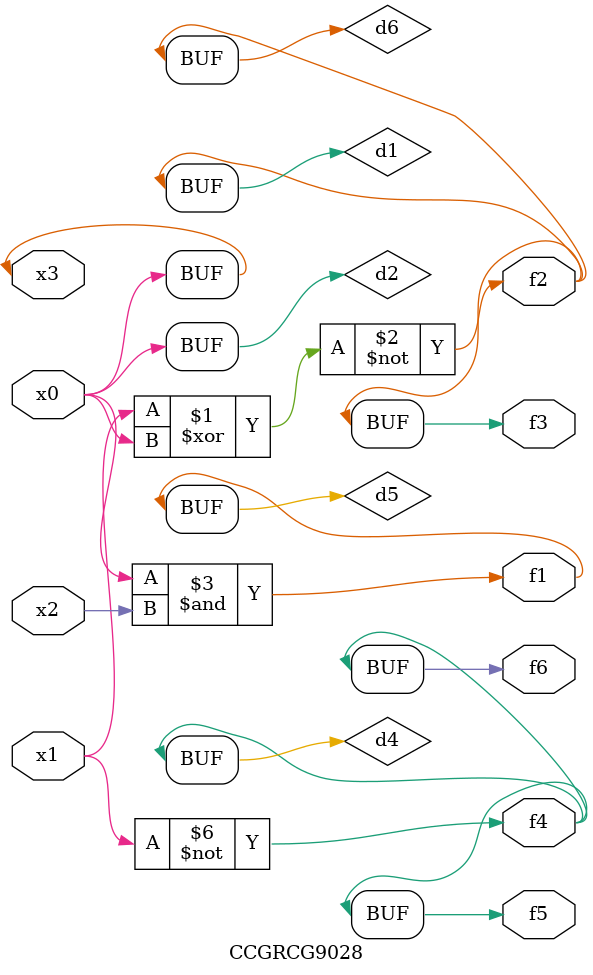
<source format=v>
module CCGRCG9028(
	input x0, x1, x2, x3,
	output f1, f2, f3, f4, f5, f6
);

	wire d1, d2, d3, d4, d5, d6;

	xnor (d1, x1, x3);
	buf (d2, x0, x3);
	nand (d3, x0, x2);
	not (d4, x1);
	nand (d5, d3);
	or (d6, d1);
	assign f1 = d5;
	assign f2 = d6;
	assign f3 = d6;
	assign f4 = d4;
	assign f5 = d4;
	assign f6 = d4;
endmodule

</source>
